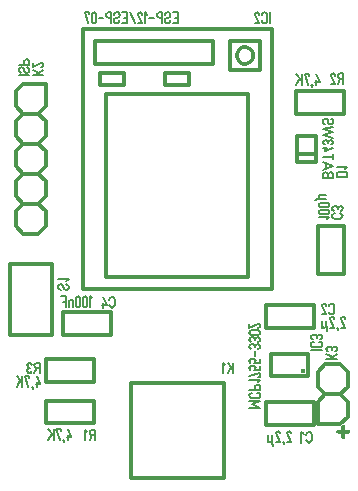
<source format=gbo>
%FSLAX35Y35*%
%MOIN*%
%IN7=Bestueckungsdruckunten(X.PosiBot)*%
%ADD10C,0.00197*%
%ADD11C,0.00205*%
%ADD12C,0.00256*%
%ADD13C,0.00512*%
%ADD14C,0.00591*%
%ADD15C,0.00768*%
%ADD16C,0.00787*%
%ADD17C,0.01181*%
%ADD18C,0.01575*%
%ADD19C,0.01969*%
%ADD20C,0.02362*%
%ADD21C,0.03150*%
%ADD22C,0.09843*%
%AMR_23*21,1,0.01181,0.01181,0,0,0.000*%
%ADD23R_23*%
%AMR_24*21,1,0.01969,0.01969,0,0,0.000*%
%ADD24R_24*%
%AMR_25*21,1,0.02756,0.04331,0,0,90.000*%
%ADD25R_25*%
%AMR_26*21,1,0.02953,0.04331,0,0,90.000*%
%ADD26R_26*%
%AMR_27*21,1,0.03150,0.04331,0,0,0.000*%
%ADD27R_27*%
%AMR_28*21,1,0.03150,0.04331,0,0,90.000*%
%ADD28R_28*%
%AMR_29*21,1,0.03150,0.04331,0,0,180.000*%
%ADD29R_29*%
%AMR_30*21,1,0.03150,0.04331,0,0,270.000*%
%ADD30R_30*%
%AMR_31*21,1,0.04724,0.04724,0,0,270.000*%
%ADD31R_31*%
%AMR_32*21,1,0.04724,0.07087,0,0,90.000*%
%ADD32R_32*%
%AMR_33*21,1,0.05512,0.05512,0,0,0.000*%
%ADD33R_33*%
%AMR_34*21,1,0.05512,0.05512,0,0,180.000*%
%ADD34R_34*%
%AMR_35*21,1,0.06250,0.06250,0,0,0.000*%
%ADD35R_35*%
%AMR_36*21,1,0.06693,0.04724,0,0,270.000*%
%ADD36R_36*%
%AMR_37*21,1,0.07500,0.07500,0,0,0.000*%
%ADD37R_37*%
%AMR_38*21,1,0.07874,0.03150,0,0,90.000*%
%ADD38R_38*%
%AMR_39*21,1,0.10236,0.05512,0,0,90.000*%
%ADD39R_39*%
%AMR_40*21,1,0.11811,0.08268,0,0,90.000*%
%ADD40R_40*%
%AMR_41*21,1,0.13189,0.07874,0,0,270.000*%
%ADD41R_41*%
%AMR_42*21,1,0.15000,0.11875,0,0,0.000*%
%ADD42R_42*%
%AMR_43*21,1,0.15625,0.15625,0,0,0.000*%
%ADD43R_43*%
%AMR_44*21,1,0.16250,0.19685,0,0,0.000*%
%ADD44R_44*%
%AMR_45*21,1,0.19685,0.19685,0,0,0.000*%
%ADD45R_45*%
%AMOCT_46*4,1,8,0.015748,0.015748,0.007874,0.023622,-0.007874,0.023622,-0.015748,0.015748,-0.015748,-0.015748,-0.007874,-0.023622,0.007874,-0.023622,0.015748,-0.015748,0.015748,0.015748,90.000*%
%ADD46OCT_46*%
%AMOCT_47*4,1,8,0.019685,0.013780,0.009843,0.023622,-0.009843,0.023622,-0.019685,0.013780,-0.019685,-0.013780,-0.009843,-0.023622,0.009843,-0.023622,0.019685,-0.013780,0.019685,0.013780,0.000*%
%ADD47OCT_47*%
%AMOCT_48*4,1,8,0.023622,0.009843,0.013780,0.019685,-0.013780,0.019685,-0.023622,0.009843,-0.023622,-0.009843,-0.013780,-0.019685,0.013780,-0.019685,0.023622,-0.009843,0.023622,0.009843,0.000*%
%ADD48OCT_48*%
%AMOCT_49*4,1,8,0.023622,0.011811,0.011811,0.023622,-0.011811,0.023622,-0.023622,0.011811,-0.023622,-0.011811,-0.011811,-0.023622,0.011811,-0.023622,0.023622,-0.011811,0.023622,0.011811,0.000*%
%ADD49OCT_49*%
%AMOCT_50*4,1,8,0.035433,0.017717,0.017717,0.035433,-0.017717,0.035433,-0.035433,0.017717,-0.035433,-0.017717,-0.017717,-0.035433,0.017717,-0.035433,0.035433,-0.017717,0.035433,0.017717,90.000*%
%ADD50OCT_50*%
%AMOCT_51*4,1,8,0.035433,0.017717,0.017717,0.035433,-0.017717,0.035433,-0.035433,0.017717,-0.035433,-0.017717,-0.017717,-0.035433,0.017717,-0.035433,0.035433,-0.017717,0.035433,0.017717,270.000*%
%ADD51OCT_51*%
%AMRR_52*21,1,0.01969,0.09843,0,0,180.000*21,1,0.01575,0.10236,0,0,180.000*1,1,0.00394,-0.00787,-0.04921*1,1,0.00394,0.00787,0.04921*1,1,0.00394,-0.00787,0.04921*1,1,0.00394,0.00787,-0.04921*%
%ADD52RR_52*%
%AMRR_53*21,1,0.02362,0.00945,0,0,0.000*21,1,0.02126,0.01181,0,0,0.000*1,1,0.00236,0.01063,0.00472*1,1,0.00236,-0.01063,-0.00472*1,1,0.00236,0.01063,-0.00472*1,1,0.00236,-0.01063,0.00472*%
%ADD53RR_53*%
%AMRR_54*21,1,0.02756,0.04173,0,0,180.000*21,1,0.02205,0.04724,0,0,180.000*1,1,0.00551,-0.01102,-0.02087*1,1,0.00551,0.01102,0.02087*1,1,0.00551,-0.01102,0.02087*1,1,0.00551,0.01102,-0.02087*%
%ADD54RR_54*%
%AMRR_55*21,1,0.02756,0.03346,0,0,180.000*21,1,0.01378,0.04724,0,0,180.000*1,1,0.01378,-0.00689,-0.01673*1,1,0.01378,0.00689,0.01673*1,1,0.01378,-0.00689,0.01673*1,1,0.01378,0.00689,-0.01673*%
%ADD55RR_55*%
%AMRR_56*21,1,0.07087,0.05669,0,0,90.000*21,1,0.05669,0.07087,0,0,90.000*1,1,0.01417,-0.02835,0.02835*1,1,0.01417,0.02835,-0.02835*1,1,0.01417,0.02835,0.02835*1,1,0.01417,-0.02835,-0.02835*%
%ADD56RR_56*%
%AMRR_57*21,1,0.07087,0.05669,0,0,270.000*21,1,0.05669,0.07087,0,0,270.000*1,1,0.01417,0.02835,-0.02835*1,1,0.01417,-0.02835,0.02835*1,1,0.01417,-0.02835,-0.02835*1,1,0.01417,0.02835,0.02835*%
%ADD57RR_57*%
%AMRR_58*21,1,0.08268,0.08583,0,0,180.000*21,1,0.06614,0.10236,0,0,180.000*1,1,0.01654,-0.03307,-0.04291*1,1,0.01654,0.03307,0.04291*1,1,0.01654,-0.03307,0.04291*1,1,0.01654,0.03307,-0.04291*%
%ADD58RR_58*%
%AMRR_59*21,1,0.08500,0.03400,0,0,0.000*21,1,0.07650,0.04250,0,0,0.000*1,1,0.00850,0.03825,0.01700*1,1,0.00850,-0.03825,-0.01700*1,1,0.00850,0.03825,-0.01700*1,1,0.00850,-0.03825,0.01700*%
%ADD59RR_59*%
%AMRR_60*21,1,0.10000,0.04000,0,0,0.000*21,1,0.09000,0.05000,0,0,0.000*1,1,0.01000,0.04500,0.02000*1,1,0.01000,-0.04500,-0.02000*1,1,0.01000,0.04500,-0.02000*1,1,0.01000,-0.04500,0.02000*%
%ADD60RR_60*%
%AMRR_61*21,1,0.10236,0.02756,0,0,90.000*21,1,0.07480,0.05512,0,0,90.000*1,1,0.02756,-0.01378,0.03740*1,1,0.02756,0.01378,-0.03740*1,1,0.02756,0.01378,0.03740*1,1,0.02756,-0.01378,-0.03740*%
%ADD61RR_61*%
G54D10*
X115730Y15831D02*
X112187Y15831D01*
X111895Y15710D01*
X111774Y15418D01*
X111895Y15126D01*
X112187Y15004D01*
X115730Y15004D01*
X116023Y15126D01*
X116144Y15418D01*
X116023Y15710D01*
X115730Y15831D01*
X111880Y15162D02*
X116038Y15162D01*
X111814Y15319D02*
X116103Y15319D01*
X111798Y15477D02*
X116119Y15477D01*
X111863Y15634D02*
X116054Y15634D01*
X112092Y15792D02*
X115825Y15792D01*
X114333Y13607D02*
X114333Y17229D01*
X114212Y17521D01*
X113919Y17642D01*
X113627Y17521D01*
X113506Y17229D01*
X113506Y13607D01*
X113627Y13314D01*
X113919Y13193D01*
X114212Y13314D01*
X114333Y13607D01*
X113612Y13351D02*
X114227Y13351D01*
X113547Y13508D02*
X114292Y13508D01*
X113506Y13666D02*
X114333Y13666D01*
X113506Y13823D02*
X114333Y13823D01*
X113506Y13981D02*
X114333Y13981D01*
X113506Y14138D02*
X114333Y14138D01*
X113506Y14296D02*
X114333Y14296D01*
X113506Y14453D02*
X114333Y14453D01*
X113506Y14611D02*
X114333Y14611D01*
X113506Y14768D02*
X114333Y14768D01*
X113506Y14926D02*
X114333Y14926D01*
X113506Y15083D02*
X114333Y15083D01*
X113506Y15241D02*
X114333Y15241D01*
X113506Y15398D02*
X114333Y15398D01*
X113506Y15556D02*
X114333Y15556D01*
X113506Y15713D02*
X114333Y15713D01*
X113506Y15871D02*
X114333Y15871D01*
X113506Y16028D02*
X114333Y16028D01*
X113506Y16186D02*
X114333Y16186D01*
X113506Y16343D02*
X114333Y16343D01*
X113506Y16500D02*
X114333Y16500D01*
X113506Y16658D02*
X114333Y16658D01*
X113506Y16815D02*
X114333Y16815D01*
X113506Y16973D02*
X114333Y16973D01*
X113506Y17130D02*
X114333Y17130D01*
X113530Y17288D02*
X114308Y17288D01*
X113596Y17445D02*
X114243Y17445D01*
X113824Y17603D02*
X114014Y17603D01*
G54D13*
X89557Y151505D02*
X89557Y155049D01*
X88671Y154183D02*
X88552Y154625D01*
X88228Y154950D01*
X87785Y155068D01*
X87342Y154950D01*
X87018Y154625D01*
X86899Y154183D01*
X88651Y154183D02*
X88651Y152372D01*
X86899Y152372D02*
X87018Y151929D01*
X87342Y151604D01*
X87785Y151486D01*
X88228Y151604D01*
X88552Y151929D01*
X88671Y152372D01*
X85974Y154340D02*
X85879Y154694D01*
X85620Y154954D01*
X85265Y155049D01*
X84911Y154954D01*
X84652Y154694D01*
X84557Y154340D01*
X85974Y151505D01*
X84557Y151505D01*
X57317Y155049D02*
X59089Y155049D01*
X59089Y153277D01*
X57869Y153277D01*
X59089Y153277D02*
X59089Y151505D01*
X57317Y151505D01*
X55546Y153277D02*
X55957Y153376D01*
X56278Y153650D01*
X56440Y154041D01*
X56407Y154462D01*
X56186Y154823D01*
X55826Y155044D01*
X55404Y155077D01*
X55014Y154915D01*
X54739Y154594D01*
X54640Y154183D01*
X55546Y153277D02*
X55100Y153168D01*
X54769Y152851D01*
X54641Y152411D01*
X54750Y151966D01*
X55066Y151634D01*
X55507Y151506D01*
X55952Y151615D01*
X56283Y151931D01*
X56412Y152372D01*
X53735Y151505D02*
X53735Y153277D01*
X52869Y153277D01*
X52869Y155068D02*
X52426Y154950D01*
X52101Y154625D01*
X51983Y154183D01*
X52101Y153740D01*
X52426Y153415D01*
X52869Y153297D01*
X52869Y155049D02*
X53735Y155049D01*
X53735Y153277D01*
X51058Y153277D02*
X49483Y153277D01*
X48577Y154340D02*
X47869Y155049D01*
X47869Y151505D01*
X46963Y154340D02*
X46868Y154694D01*
X46609Y154954D01*
X46254Y155049D01*
X45900Y154954D01*
X45641Y154694D01*
X45546Y154340D01*
X46963Y151505D01*
X45546Y151505D01*
X43065Y155049D02*
X44640Y151505D01*
X40388Y155049D02*
X42160Y155049D01*
X42160Y153277D01*
X40939Y153277D01*
X42160Y153277D02*
X42160Y151505D01*
X40388Y151505D01*
X38617Y153277D02*
X39028Y153376D01*
X39349Y153650D01*
X39511Y154041D01*
X39478Y154462D01*
X39257Y154823D01*
X38896Y155044D01*
X38475Y155077D01*
X38084Y154915D01*
X37810Y154594D01*
X37711Y154183D01*
X38617Y153277D02*
X38171Y153168D01*
X37840Y152851D01*
X37712Y152411D01*
X37820Y151966D01*
X38137Y151634D01*
X38577Y151506D01*
X39023Y151615D01*
X39354Y151931D01*
X39483Y152372D01*
X36806Y151505D02*
X36806Y153277D01*
X35939Y153277D01*
X35939Y155068D02*
X35497Y154950D01*
X35172Y154625D01*
X35054Y154183D01*
X35172Y153740D01*
X35497Y153415D01*
X35939Y153297D01*
X35939Y155049D02*
X36806Y155049D01*
X36806Y153277D01*
X34128Y153277D02*
X32554Y153277D01*
X30231Y154340D02*
X30231Y152214D01*
X31648Y154340D02*
X31553Y154694D01*
X31294Y154954D01*
X30939Y155049D01*
X30585Y154954D01*
X30326Y154694D01*
X30231Y154340D01*
X31648Y152214D02*
X31648Y154340D01*
X30231Y152214D02*
X30326Y151860D01*
X30585Y151600D01*
X30939Y151505D01*
X31294Y151600D01*
X31553Y151860D01*
X31648Y152214D01*
X29325Y154537D02*
X29325Y155049D01*
X27908Y155049D01*
X28971Y151505D01*
X82777Y23151D02*
X86320Y23151D01*
X83840Y24372D01*
X86320Y25631D01*
X82777Y25631D01*
X85454Y26517D02*
X85897Y26636D01*
X86221Y26960D01*
X86340Y27403D01*
X86221Y27846D01*
X85897Y28170D01*
X85454Y28289D01*
X85454Y26537D02*
X83643Y26537D01*
X83643Y28289D02*
X83200Y28170D01*
X82876Y27846D01*
X82757Y27403D01*
X82876Y26960D01*
X83200Y26636D01*
X83643Y26517D01*
X82777Y29214D02*
X84549Y29214D01*
X84549Y30080D01*
X86340Y30080D02*
X86221Y30523D01*
X85897Y30847D01*
X85454Y30966D01*
X85011Y30847D01*
X84687Y30523D01*
X84568Y30080D01*
X86320Y30080D02*
X86320Y29214D01*
X84549Y29214D01*
X85612Y31891D02*
X86320Y32600D01*
X82777Y32600D01*
X85809Y33505D02*
X86320Y33505D01*
X86320Y34923D01*
X82777Y33860D01*
X83486Y37246D02*
X83139Y37155D01*
X82881Y36907D01*
X82777Y36564D01*
X82854Y36214D01*
X83092Y35946D01*
X83486Y37246D02*
X84194Y37246D01*
X84194Y35828D02*
X84549Y35923D01*
X84808Y36183D01*
X84903Y36537D01*
X84808Y36891D01*
X84549Y37151D01*
X84194Y37246D01*
X84194Y35828D02*
X86320Y35828D01*
X86320Y37246D01*
X83486Y39568D02*
X83139Y39478D01*
X82881Y39230D01*
X82777Y38887D01*
X82854Y38537D01*
X83092Y38269D01*
X83486Y39568D02*
X84194Y39568D01*
X84194Y38151D02*
X84549Y38246D01*
X84808Y38505D01*
X84903Y38860D01*
X84808Y39214D01*
X84549Y39473D01*
X84194Y39568D01*
X84194Y38151D02*
X86320Y38151D01*
X86320Y39568D01*
X84549Y40474D02*
X84549Y42049D01*
X83486Y44372D02*
X83131Y44277D01*
X82872Y44017D01*
X82777Y43663D01*
X82872Y43309D01*
X83131Y43049D01*
X83486Y42954D01*
X83998Y44372D02*
X83486Y44372D01*
X84706Y43663D02*
X84611Y44017D01*
X84352Y44277D01*
X83998Y44372D01*
X84706Y43466D02*
X84706Y43663D01*
X84706Y43466D01*
X85454Y44372D02*
X85087Y44284D01*
X84814Y44024D01*
X84706Y43663D01*
X85612Y44372D02*
X85454Y44372D01*
X85612Y42954D02*
X85966Y43049D01*
X86225Y43309D01*
X86320Y43663D01*
X86225Y44017D01*
X85966Y44277D01*
X85612Y44372D01*
X83486Y46694D02*
X83131Y46599D01*
X82872Y46340D01*
X82777Y45986D01*
X82872Y45631D01*
X83131Y45372D01*
X83486Y45277D01*
X83998Y46694D02*
X83486Y46694D01*
X84706Y45986D02*
X84611Y46340D01*
X84352Y46599D01*
X83998Y46694D01*
X84706Y45789D02*
X84706Y45986D01*
X84706Y45789D01*
X85454Y46694D02*
X85087Y46607D01*
X84814Y46347D01*
X84706Y45986D01*
X85612Y46694D02*
X85454Y46694D01*
X85612Y45277D02*
X85966Y45372D01*
X86225Y45631D01*
X86320Y45986D01*
X86225Y46340D01*
X85966Y46599D01*
X85612Y46694D01*
X85612Y49017D02*
X83486Y49017D01*
X85612Y47600D02*
X85966Y47695D01*
X86225Y47954D01*
X86320Y48309D01*
X86225Y48663D01*
X85966Y48922D01*
X85612Y49017D01*
X83486Y47600D02*
X85612Y47600D01*
X83486Y49017D02*
X83131Y48922D01*
X82872Y48663D01*
X82777Y48309D01*
X82872Y47954D01*
X83131Y47695D01*
X83486Y47600D01*
X85612Y49923D02*
X85966Y50018D01*
X86225Y50277D01*
X86320Y50631D01*
X86225Y50986D01*
X85966Y51245D01*
X85612Y51340D01*
X82777Y49923D01*
X82777Y51340D01*
X103402Y42526D02*
X106945Y42526D01*
X106079Y43412D02*
X106522Y43531D01*
X106846Y43855D01*
X106965Y44298D01*
X106846Y44741D01*
X106522Y45065D01*
X106079Y45184D01*
X106079Y43432D02*
X104268Y43432D01*
X104268Y45184D02*
X103825Y45065D01*
X103501Y44741D01*
X103382Y44298D01*
X103501Y43855D01*
X103825Y43531D01*
X104268Y43412D01*
X104111Y47526D02*
X103756Y47431D01*
X103497Y47172D01*
X103402Y46817D01*
X103497Y46463D01*
X103756Y46204D01*
X104111Y46109D01*
X104623Y47526D02*
X104111Y47526D01*
X105331Y46817D02*
X105236Y47172D01*
X104977Y47431D01*
X104623Y47526D01*
X105331Y46621D02*
X105331Y46817D01*
X105331Y46621D01*
X106079Y47526D02*
X105712Y47438D01*
X105439Y47179D01*
X105331Y46817D01*
X106237Y47526D02*
X106079Y47526D01*
X106237Y46109D02*
X106591Y46204D01*
X106850Y46463D01*
X106945Y46817D01*
X106850Y47172D01*
X106591Y47431D01*
X106237Y47526D01*
X77391Y34763D02*
X77391Y38307D01*
X77391Y35984D02*
X75620Y38307D01*
X76683Y36889D02*
X75620Y34763D01*
X74714Y37598D02*
X74005Y38307D01*
X74005Y34763D01*
X103557Y14272D02*
X103439Y14715D01*
X103114Y15039D01*
X102671Y15158D01*
X102228Y15039D01*
X101904Y14715D01*
X101786Y14272D01*
X103538Y14272D02*
X103538Y12461D01*
X101786Y12461D02*
X101904Y12018D01*
X102228Y11694D01*
X102671Y11575D01*
X103114Y11694D01*
X103439Y12018D01*
X103557Y12461D01*
X100860Y14429D02*
X100152Y15138D01*
X100152Y11595D01*
X96615Y14691D02*
X96520Y15045D01*
X96260Y15304D01*
X95906Y15399D01*
X95552Y15304D01*
X95292Y15045D01*
X95197Y14691D01*
X96615Y11856D01*
X95197Y11856D01*
X94292Y11856D02*
X93938Y11856D01*
X94253Y11147D01*
X93032Y14691D02*
X92937Y15045D01*
X92678Y15304D01*
X92323Y15399D01*
X91969Y15304D01*
X91710Y15045D01*
X91615Y14691D01*
X93032Y11856D01*
X91615Y11856D01*
X90355Y14179D02*
X90355Y12565D01*
X88918Y12565D02*
X89015Y12201D01*
X89282Y11934D01*
X89646Y11836D01*
X90010Y11934D01*
X90277Y12201D01*
X90375Y12565D01*
X88898Y14179D02*
X88898Y11856D01*
X90355Y12565D02*
X90433Y11601D01*
X90709Y10675D01*
X111057Y57084D02*
X110939Y57527D01*
X110614Y57851D01*
X110171Y57970D01*
X109728Y57851D01*
X109404Y57527D01*
X109286Y57084D01*
X111038Y57084D02*
X111038Y55273D01*
X109286Y55273D02*
X109404Y54830D01*
X109728Y54506D01*
X110171Y54387D01*
X110614Y54506D01*
X110939Y54830D01*
X111057Y55273D01*
X108360Y57242D02*
X108265Y57596D01*
X108006Y57855D01*
X107652Y57950D01*
X107297Y57855D01*
X107038Y57596D01*
X106943Y57242D01*
X108360Y54407D01*
X106943Y54407D01*
X114740Y52816D02*
X114645Y53170D01*
X114385Y53429D01*
X114031Y53524D01*
X113677Y53429D01*
X113417Y53170D01*
X113322Y52816D01*
X114740Y49981D01*
X113322Y49981D01*
X112417Y49981D02*
X112063Y49981D01*
X112378Y49272D01*
X111157Y52816D02*
X111062Y53170D01*
X110803Y53429D01*
X110448Y53524D01*
X110094Y53429D01*
X109835Y53170D01*
X109740Y52816D01*
X111157Y49981D01*
X109740Y49981D01*
X108480Y52304D02*
X108480Y50690D01*
X107043Y50690D02*
X107140Y50326D01*
X107407Y50059D01*
X107771Y49961D01*
X108135Y50059D01*
X108402Y50326D01*
X108500Y50690D01*
X107023Y52304D02*
X107023Y49981D01*
X108480Y50690D02*
X108558Y49726D01*
X108834Y48800D01*
X37932Y59272D02*
X37814Y59715D01*
X37489Y60039D01*
X37046Y60158D01*
X36603Y60039D01*
X36279Y59715D01*
X36161Y59272D01*
X37913Y59272D02*
X37913Y57461D01*
X36161Y57461D02*
X36279Y57018D01*
X36603Y56694D01*
X37046Y56575D01*
X37489Y56694D01*
X37814Y57018D01*
X37932Y57461D01*
X34172Y60138D02*
X35235Y57461D01*
X33818Y57461D01*
X34172Y58169D02*
X34172Y56595D01*
X30365Y59691D02*
X29656Y60399D01*
X29656Y56856D01*
X27333Y59691D02*
X27333Y57565D01*
X28751Y59691D02*
X28656Y60045D01*
X28396Y60304D01*
X28042Y60399D01*
X27688Y60304D01*
X27428Y60045D01*
X27333Y59691D01*
X28751Y57565D02*
X28751Y59691D01*
X27333Y57565D02*
X27428Y57210D01*
X27688Y56951D01*
X28042Y56856D01*
X28396Y56951D01*
X28656Y57210D01*
X28751Y57565D01*
X25010Y59691D02*
X25010Y57565D01*
X26428Y59691D02*
X26333Y60045D01*
X26073Y60304D01*
X25719Y60399D01*
X25365Y60304D01*
X25105Y60045D01*
X25010Y59691D01*
X26428Y57565D02*
X26428Y59691D01*
X25010Y57565D02*
X25105Y57210D01*
X25365Y56951D01*
X25719Y56856D01*
X26073Y56951D01*
X26333Y57210D01*
X26428Y57565D01*
X24105Y56856D02*
X24105Y59179D01*
X24105Y58431D02*
X24010Y58785D01*
X23751Y59045D01*
X23396Y59140D01*
X23042Y59045D01*
X22782Y58785D01*
X22688Y58431D01*
X22688Y56856D01*
X20010Y60399D02*
X21782Y60399D01*
X21782Y58628D01*
X20562Y58628D01*
X21782Y58628D02*
X21782Y56856D01*
X31294Y12405D02*
X31294Y15949D01*
X30428Y15949D01*
X30428Y15968D02*
X29985Y15850D01*
X29661Y15525D01*
X29542Y15083D01*
X29661Y14640D01*
X29985Y14315D01*
X30428Y14197D01*
X30428Y14177D02*
X31294Y14177D01*
X30428Y14177D02*
X29522Y12405D01*
X28617Y15240D02*
X27908Y15949D01*
X27908Y12405D01*
X11987Y33812D02*
X13050Y31135D01*
X11632Y31135D01*
X11987Y31844D02*
X11987Y30269D01*
X10727Y30269D02*
X10372Y30269D01*
X10687Y29560D01*
X9467Y33300D02*
X9467Y33812D01*
X8050Y33812D01*
X9113Y30269D01*
X7144Y30269D02*
X7144Y33812D01*
X7144Y31489D02*
X5372Y33812D01*
X6435Y32395D02*
X5372Y30269D01*
X113961Y131155D02*
X113961Y134699D01*
X113095Y134699D01*
X113095Y134718D02*
X112652Y134600D01*
X112328Y134275D01*
X112209Y133833D01*
X112328Y133390D01*
X112652Y133065D01*
X113095Y132947D01*
X113095Y132927D02*
X113961Y132927D01*
X113095Y132927D02*
X112190Y131155D01*
X111284Y133990D02*
X111189Y134344D01*
X110930Y134604D01*
X110576Y134699D01*
X110221Y134604D01*
X109962Y134344D01*
X109867Y133990D01*
X111284Y131155D01*
X109867Y131155D01*
X105112Y134437D02*
X106175Y131760D01*
X104757Y131760D01*
X105112Y132469D02*
X105112Y130894D01*
X103852Y130894D02*
X103497Y130894D01*
X103812Y130185D01*
X102592Y133925D02*
X102592Y134437D01*
X101175Y134437D01*
X102238Y130894D01*
X100269Y130894D02*
X100269Y134437D01*
X100269Y132114D02*
X98497Y134437D01*
X99560Y133020D02*
X98497Y130894D01*
X12913Y34720D02*
X12913Y38263D01*
X12046Y38263D01*
X12046Y38283D02*
X11603Y38164D01*
X11279Y37840D01*
X11161Y37397D01*
X11279Y36954D01*
X11603Y36630D01*
X12046Y36511D01*
X12046Y36491D02*
X12913Y36491D01*
X12046Y36491D02*
X11141Y34720D01*
X8818Y35428D02*
X8913Y35074D01*
X9172Y34815D01*
X9527Y34720D01*
X9881Y34815D01*
X10140Y35074D01*
X10235Y35428D01*
X8818Y35940D02*
X8818Y35428D01*
X9527Y36649D02*
X9172Y36554D01*
X8913Y36294D01*
X8818Y35940D01*
X9724Y36649D02*
X9527Y36649D01*
X9724Y36649D01*
X8818Y37397D02*
X8906Y37030D01*
X9165Y36756D01*
X9527Y36649D01*
X8818Y37554D02*
X8818Y37397D01*
X10235Y37554D02*
X10140Y37909D01*
X9881Y38168D01*
X9527Y38263D01*
X9172Y38168D01*
X8913Y37909D01*
X8818Y37554D01*
X22427Y16024D02*
X23490Y13347D01*
X22072Y13347D01*
X22427Y14056D02*
X22427Y12481D01*
X21167Y12481D02*
X20813Y12481D01*
X21128Y11772D01*
X19907Y15513D02*
X19907Y16024D01*
X18490Y16024D01*
X19553Y12481D01*
X17584Y12481D02*
X17584Y16024D01*
X17584Y13702D02*
X15813Y16024D01*
X16876Y14607D02*
X15813Y12481D01*
X10550Y134049D02*
X14093Y134049D01*
X11770Y134049D02*
X14093Y135820D01*
X12676Y134757D02*
X10550Y135820D01*
X13384Y136726D02*
X13739Y136821D01*
X13998Y137080D01*
X14093Y137435D01*
X13998Y137789D01*
X13739Y138048D01*
X13384Y138143D01*
X10550Y136726D01*
X10550Y138143D01*
X5875Y134049D02*
X9419Y134049D01*
X7647Y135820D02*
X7746Y135409D01*
X8020Y135088D01*
X8411Y134926D01*
X8832Y134959D01*
X9193Y135180D01*
X9414Y135541D01*
X9447Y135962D01*
X9285Y136353D01*
X8964Y136627D01*
X8553Y136726D01*
X7647Y135820D02*
X7538Y136266D01*
X7221Y136597D01*
X6781Y136725D01*
X6336Y136617D01*
X6004Y136300D01*
X5876Y135860D01*
X5985Y135414D01*
X6302Y135083D01*
X6742Y134954D01*
X5875Y137631D02*
X7647Y137631D01*
X7647Y138498D01*
X9438Y138498D02*
X9320Y138940D01*
X8996Y139265D01*
X8553Y139383D01*
X8110Y139265D01*
X7786Y138940D01*
X7667Y138498D01*
X9419Y138498D02*
X9419Y137631D01*
X7647Y137631D01*
X108450Y39388D02*
X111994Y39388D01*
X109671Y39388D02*
X111994Y41159D01*
X110576Y40096D02*
X108450Y41159D01*
X109159Y43482D02*
X108805Y43387D01*
X108545Y43128D01*
X108450Y42774D01*
X108545Y42419D01*
X108805Y42160D01*
X109159Y42065D01*
X109671Y43482D02*
X109159Y43482D01*
X110379Y42774D02*
X110284Y43128D01*
X110025Y43387D01*
X109671Y43482D01*
X110379Y42577D02*
X110379Y42774D01*
X110379Y42577D01*
X111127Y43482D02*
X110761Y43395D01*
X110487Y43135D01*
X110379Y42774D01*
X111285Y43482D02*
X111127Y43482D01*
X111285Y42065D02*
X111639Y42160D01*
X111899Y42419D01*
X111994Y42774D01*
X111899Y43128D01*
X111639Y43387D01*
X111285Y43482D01*
X112773Y101897D02*
X112332Y101768D01*
X112015Y101437D01*
X111906Y100991D01*
X111906Y100125D01*
X115450Y100125D01*
X115450Y100991D01*
X115341Y101437D01*
X115024Y101768D01*
X114584Y101897D01*
X112773Y101897D01*
X114741Y102802D02*
X115450Y103511D01*
X111906Y103511D01*
X108991Y100819D02*
X108991Y99953D01*
X110782Y100819D02*
X110663Y101262D01*
X110339Y101586D01*
X109896Y101705D01*
X109453Y101586D01*
X109129Y101262D01*
X109010Y100819D01*
X110762Y99953D02*
X110762Y100819D01*
X107219Y99953D02*
X110762Y99953D01*
X107219Y100819D02*
X107219Y99953D01*
X108971Y100819D02*
X108852Y101262D01*
X108528Y101586D01*
X108085Y101705D01*
X107642Y101586D01*
X107318Y101262D01*
X107199Y100819D01*
X107219Y102630D02*
X110762Y103850D01*
X107219Y105110D01*
X108282Y102984D02*
X108282Y104756D01*
X110762Y106016D02*
X110762Y107787D01*
X110762Y106882D02*
X107219Y106882D01*
X110762Y109756D02*
X108085Y108693D01*
X108085Y110110D01*
X108794Y109756D02*
X107219Y109756D01*
X107928Y112433D02*
X107573Y112338D01*
X107314Y112079D01*
X107219Y111724D01*
X107314Y111370D01*
X107573Y111111D01*
X107928Y111016D01*
X108439Y112433D02*
X107928Y112433D01*
X109148Y111724D02*
X109053Y112079D01*
X108794Y112338D01*
X108439Y112433D01*
X109148Y111528D02*
X109148Y111724D01*
X109148Y111528D01*
X109896Y112433D02*
X109529Y112345D01*
X109255Y112086D01*
X109148Y111724D01*
X110054Y112433D02*
X109896Y112433D01*
X110054Y111016D02*
X110408Y111111D01*
X110667Y111370D01*
X110762Y111724D01*
X110667Y112079D01*
X110408Y112338D01*
X110054Y112433D01*
X110762Y113339D02*
X107219Y114205D01*
X110762Y115110D01*
X107219Y116016D01*
X110762Y116882D01*
X108991Y118654D02*
X109089Y118242D01*
X109364Y117921D01*
X109755Y117759D01*
X110176Y117792D01*
X110536Y118013D01*
X110757Y118374D01*
X110791Y118795D01*
X110629Y119186D01*
X110307Y119460D01*
X109896Y119559D01*
X108991Y118654D02*
X108882Y119099D01*
X108565Y119430D01*
X108125Y119559D01*
X107679Y119450D01*
X107348Y119133D01*
X107219Y118693D01*
X107328Y118247D01*
X107645Y117916D01*
X108085Y117787D01*
X20772Y63533D02*
X20871Y63122D01*
X21145Y62800D01*
X21536Y62639D01*
X21957Y62672D01*
X22318Y62893D01*
X22539Y63253D01*
X22572Y63675D01*
X22410Y64065D01*
X22089Y64340D01*
X21678Y64438D01*
X20772Y63533D02*
X20663Y63978D01*
X20346Y64310D01*
X19906Y64438D01*
X19461Y64329D01*
X19129Y64012D01*
X19001Y63572D01*
X19110Y63127D01*
X19427Y62795D01*
X19867Y62667D01*
X21835Y65344D02*
X22544Y66053D01*
X19000Y66053D01*
X113026Y86287D02*
X113469Y86406D01*
X113793Y86730D01*
X113912Y87173D01*
X113793Y87616D01*
X113469Y87940D01*
X113026Y88059D01*
X113026Y86307D02*
X111215Y86307D01*
X111215Y88059D02*
X110772Y87940D01*
X110448Y87616D01*
X110329Y87173D01*
X110448Y86730D01*
X110772Y86406D01*
X111215Y86287D01*
X111058Y90401D02*
X110703Y90306D01*
X110444Y90047D01*
X110349Y89692D01*
X110444Y89338D01*
X110703Y89079D01*
X111058Y88984D01*
X111569Y90401D02*
X111058Y90401D01*
X112278Y89692D02*
X112183Y90047D01*
X111924Y90306D01*
X111569Y90401D01*
X112278Y89496D02*
X112278Y89692D01*
X112278Y89496D01*
X113026Y90401D02*
X112659Y90313D01*
X112385Y90054D01*
X112278Y89692D01*
X113184Y90401D02*
X113026Y90401D01*
X113184Y88984D02*
X113538Y89079D01*
X113797Y89338D01*
X113892Y89692D01*
X113797Y90047D01*
X113538Y90306D01*
X113184Y90401D01*
X108772Y86250D02*
X109480Y86958D01*
X105937Y86958D01*
X108772Y89281D02*
X106646Y89281D01*
X108772Y87864D02*
X109126Y87959D01*
X109385Y88218D01*
X109480Y88572D01*
X109385Y88927D01*
X109126Y89186D01*
X108772Y89281D01*
X106646Y87864D02*
X108772Y87864D01*
X106646Y89281D02*
X106291Y89186D01*
X106032Y88927D01*
X105937Y88572D01*
X106032Y88218D01*
X106291Y87959D01*
X106646Y87864D01*
X108772Y91604D02*
X106646Y91604D01*
X108772Y90187D02*
X109126Y90281D01*
X109385Y90541D01*
X109480Y90895D01*
X109385Y91250D01*
X109126Y91509D01*
X108772Y91604D01*
X106646Y90187D02*
X108772Y90187D01*
X106646Y91604D02*
X106291Y91509D01*
X106032Y91250D01*
X105937Y90895D01*
X106032Y90541D01*
X106291Y90281D01*
X106646Y90187D01*
X108260Y92864D02*
X106646Y92864D01*
X106646Y94301D02*
X106281Y94203D01*
X106015Y93937D01*
X105917Y93572D01*
X106015Y93208D01*
X106281Y92942D01*
X106646Y92844D01*
X108260Y94320D02*
X105937Y94320D01*
X106646Y92864D02*
X105682Y92785D01*
X104756Y92509D01*
G54D17*
X27253Y149557D02*
X90246Y149557D01*
X90246Y62942D01*
X27253Y62942D01*
X27253Y149557D01*
X35127Y127903D02*
X82372Y127903D01*
X82372Y66879D02*
X82372Y127903D01*
X82372Y66879D02*
X35127Y66879D01*
X35127Y127903D01*
X70561Y145620D02*
X31190Y145620D01*
X70561Y137746D02*
X70561Y145620D01*
X70561Y137746D02*
X31190Y137746D01*
X31190Y145620D01*
X76466Y145620D02*
X86309Y145620D01*
X86309Y135777D01*
X76466Y135777D02*
X86309Y135777D01*
X76466Y135777D02*
X76466Y145620D01*
X84171Y140698D02*
X84048Y141519D01*
X83687Y142267D01*
X83123Y142875D01*
X82404Y143290D01*
X81595Y143474D01*
X80768Y143412D01*
X79995Y143109D01*
X79347Y142592D01*
X78879Y141906D01*
X78635Y141113D01*
X78635Y140283D01*
X78879Y139490D01*
X79347Y138805D01*
X79995Y138287D01*
X80768Y137984D01*
X81595Y137922D01*
X82404Y138107D01*
X83123Y138522D01*
X83687Y139130D01*
X84048Y139878D01*
X84171Y140698D01*
X41033Y134793D02*
X33159Y134793D01*
X41033Y130856D02*
X41033Y134793D01*
X41033Y130856D02*
X33159Y130856D01*
X33159Y134793D01*
X62687Y134793D02*
X54812Y134793D01*
X62687Y134793D02*
X62687Y130856D01*
X54812Y130856D01*
X54812Y134793D02*
X54812Y130856D01*
X102352Y41043D02*
X90147Y41043D01*
X90147Y33956D01*
X102352Y33956D01*
X102352Y41043D01*
X74301Y0D02*
X74301Y31417D01*
X74301Y0D02*
X43198Y0D01*
X43198Y31417D01*
X74301Y31417D02*
X43198Y31417D01*
X104250Y25050D02*
X88250Y25050D01*
X88250Y17450D01*
X104250Y17450D01*
X104250Y25050D02*
X104250Y17450D01*
X104250Y57550D02*
X88250Y57550D01*
X88250Y49950D01*
X104250Y49950D01*
X104250Y57550D02*
X104250Y49950D01*
X36750Y55050D02*
X20750Y55050D01*
X20750Y47450D01*
X36750Y47450D01*
X36750Y55050D02*
X36750Y47450D01*
X15125Y31825D02*
X31125Y31825D01*
X31125Y39425D01*
X15125Y39425D01*
X15125Y31825D02*
X15125Y39425D01*
X98250Y121200D02*
X114250Y121200D01*
X114250Y128800D01*
X98250Y128800D01*
X98250Y121200D02*
X98250Y128800D01*
X31125Y25675D02*
X15125Y25675D01*
X15125Y18075D01*
X31125Y18075D01*
X31125Y25675D02*
X31125Y18075D01*
X5000Y128750D02*
X5000Y123750D01*
X7500Y121250D01*
X12500Y121250D02*
X15000Y123750D01*
X7500Y131250D02*
X15000Y131250D01*
X5000Y128750D02*
X7500Y131250D01*
X15000Y123750D02*
X15000Y131250D01*
X5000Y98750D02*
X5000Y93750D01*
X7500Y91250D01*
X12500Y91250D01*
X15000Y93750D01*
X7500Y111250D02*
X5000Y108750D01*
X5000Y103750D01*
X7500Y101250D01*
X12500Y101250D01*
X15000Y103750D01*
X15000Y108750D01*
X12500Y111250D01*
X5000Y98750D02*
X7500Y101250D01*
X12500Y101250D02*
X15000Y98750D01*
X15000Y93750D02*
X15000Y98750D01*
X7500Y121250D02*
X12500Y121250D01*
X7500Y121250D02*
X5000Y118750D01*
X5000Y113750D01*
X7500Y111250D01*
X12500Y111250D01*
X15000Y113750D01*
X15000Y118750D01*
X12500Y121250D01*
X5000Y88750D02*
X5000Y83750D01*
X7500Y81250D01*
X12500Y81250D01*
X15000Y83750D01*
X5000Y88750D02*
X7500Y91250D01*
X12500Y91250D02*
X15000Y88750D01*
X15000Y83750D02*
X15000Y88750D01*
X115625Y20312D02*
X115625Y25312D01*
X113125Y27812D01*
X108125Y27812D01*
X105625Y25312D01*
X113125Y17812D02*
X105625Y17812D01*
X115625Y20312D02*
X113125Y17812D01*
X105625Y25312D02*
X105625Y17812D01*
X113125Y27812D02*
X115625Y30312D01*
X115625Y35312D01*
X113125Y37812D01*
X108125Y37812D01*
X105625Y35312D01*
X105625Y30312D01*
X108125Y27812D01*
X98725Y107812D02*
X105024Y107812D01*
X105024Y113732D02*
X98725Y113732D01*
X105024Y113732D02*
X105024Y105017D01*
X98725Y105017D01*
X98725Y113732D02*
X98725Y105017D01*
X3110Y71186D02*
X16889Y71186D01*
X16889Y47563D01*
X3110Y47563D01*
X3110Y71186D01*
X114429Y67965D02*
X114429Y83909D01*
X105570Y83909D01*
X105570Y67965D01*
X114429Y67965D01*
G54D18*
X100625Y35625D03*
M02*

</source>
